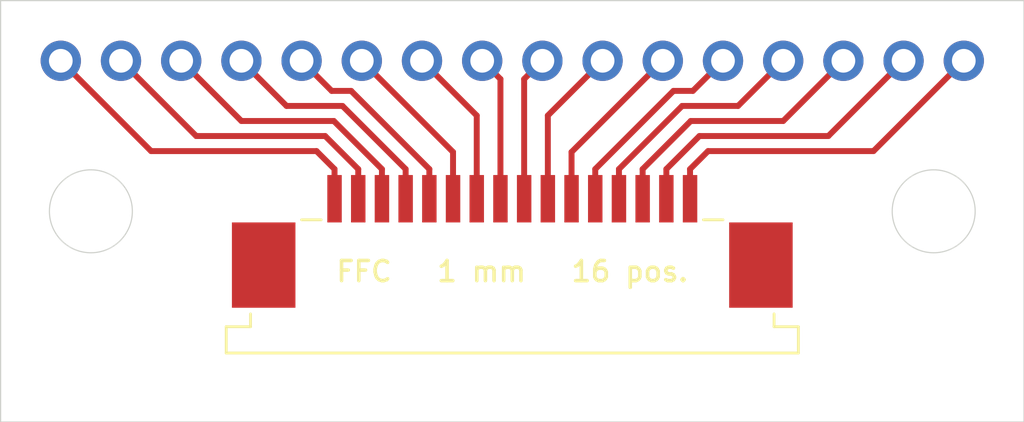
<source format=kicad_pcb>
(kicad_pcb (version 20171130) (host pcbnew 5.1.7-a382d34a8~87~ubuntu16.04.1)

  (general
    (thickness 1.6)
    (drawings 7)
    (tracks 52)
    (zones 0)
    (modules 2)
    (nets 1)
  )

  (page A4)
  (layers
    (0 F.Cu signal)
    (31 B.Cu signal)
    (32 B.Adhes user)
    (33 F.Adhes user)
    (34 B.Paste user)
    (35 F.Paste user)
    (36 B.SilkS user)
    (37 F.SilkS user)
    (38 B.Mask user)
    (39 F.Mask user)
    (40 Dwgs.User user)
    (41 Cmts.User user)
    (42 Eco1.User user)
    (43 Eco2.User user)
    (44 Edge.Cuts user)
    (45 Margin user)
    (46 B.CrtYd user)
    (47 F.CrtYd user)
    (48 B.Fab user)
    (49 F.Fab user)
  )

  (setup
    (last_trace_width 0.25)
    (trace_clearance 0.2)
    (zone_clearance 0.508)
    (zone_45_only no)
    (trace_min 0.2)
    (via_size 0.8)
    (via_drill 0.4)
    (via_min_size 0.4)
    (via_min_drill 0.3)
    (uvia_size 0.3)
    (uvia_drill 0.1)
    (uvias_allowed no)
    (uvia_min_size 0.2)
    (uvia_min_drill 0.1)
    (edge_width 0.05)
    (segment_width 0.2)
    (pcb_text_width 0.3)
    (pcb_text_size 1.5 1.5)
    (mod_edge_width 0.12)
    (mod_text_size 1 1)
    (mod_text_width 0.15)
    (pad_size 1.7 1.7)
    (pad_drill 1)
    (pad_to_mask_clearance 0.051)
    (solder_mask_min_width 0.25)
    (aux_axis_origin 0 0)
    (visible_elements FFFFFF7F)
    (pcbplotparams
      (layerselection 0x010f0_ffffffff)
      (usegerberextensions false)
      (usegerberattributes false)
      (usegerberadvancedattributes false)
      (creategerberjobfile false)
      (excludeedgelayer true)
      (linewidth 0.150000)
      (plotframeref false)
      (viasonmask false)
      (mode 1)
      (useauxorigin false)
      (hpglpennumber 1)
      (hpglpenspeed 20)
      (hpglpendiameter 15.000000)
      (psnegative false)
      (psa4output false)
      (plotreference true)
      (plotvalue true)
      (plotinvisibletext false)
      (padsonsilk false)
      (subtractmaskfromsilk false)
      (outputformat 1)
      (mirror false)
      (drillshape 0)
      (scaleselection 1)
      (outputdirectory "Gerber Files/"))
  )

  (net 0 "")

  (net_class Default "This is the default net class."
    (clearance 0.2)
    (trace_width 0.25)
    (via_dia 0.8)
    (via_drill 0.4)
    (uvia_dia 0.3)
    (uvia_drill 0.1)
  )

  (module Connector_FFC-FPC:TE_1-84952-6_1x16-1MP_P1.0mm_Horizontal (layer F.Cu) (tedit 5F16087D) (tstamp 5F160DC0)
    (at 39.37 27.94)
    (descr "TE FPC connector, 16 bottom-side contacts, 1.0mm pitch, 1.0mm height, SMT, http://www.te.com/commerce/DocumentDelivery/DDEController?Action=srchrtrv&DocNm=84952&DocType=Customer+Drawing&DocLang=English&DocFormat=pdf&PartCntxt=84952-4")
    (tags "te fpc 84952")
    (attr smd)
    (fp_text reference REF** (at 0 -4) (layer F.SilkS) hide
      (effects (font (size 1 1) (thickness 0.15)))
    )
    (fp_text value TE_1-84952-6_1x16-1MP_P1.0mm_Horizontal (at 0 7.7) (layer F.Fab) hide
      (effects (font (size 1 1) (thickness 0.15)))
    )
    (fp_line (start -10.935 -0.8) (end 10.935 -0.8) (layer F.Fab) (width 0.1))
    (fp_line (start 10.935 -0.8) (end 10.935 3.71) (layer F.Fab) (width 0.1))
    (fp_line (start 10.935 3.71) (end 11.96 3.71) (layer F.Fab) (width 0.1))
    (fp_line (start 11.96 3.71) (end 11.96 4.6) (layer F.Fab) (width 0.1))
    (fp_line (start 11.96 4.6) (end -11.96 4.6) (layer F.Fab) (width 0.1))
    (fp_line (start -11.96 4.6) (end -11.96 3.71) (layer F.Fab) (width 0.1))
    (fp_line (start -11.96 3.71) (end -10.935 3.71) (layer F.Fab) (width 0.1))
    (fp_line (start -10.935 3.71) (end -10.935 -0.8) (layer F.Fab) (width 0.1))
    (fp_line (start -8 -0.8) (end -7.5 0.2) (layer F.Fab) (width 0.1))
    (fp_line (start -7.5 0.2) (end -7 -0.8) (layer F.Fab) (width 0.1))
    (fp_line (start 10.935 4.6) (end 10.935 5.61) (layer F.Fab) (width 0.1))
    (fp_line (start 10.935 5.61) (end 11.96 5.61) (layer F.Fab) (width 0.1))
    (fp_line (start 11.96 5.61) (end 11.96 6.5) (layer F.Fab) (width 0.1))
    (fp_line (start 11.96 6.5) (end -11.96 6.5) (layer F.Fab) (width 0.1))
    (fp_line (start -11.96 6.5) (end -11.96 5.61) (layer F.Fab) (width 0.1))
    (fp_line (start -11.96 5.61) (end -10.935 5.61) (layer F.Fab) (width 0.1))
    (fp_line (start -10.935 5.61) (end -10.935 4.6) (layer F.Fab) (width 0.1))
    (fp_line (start 11.045 3.06) (end 11.045 3.6) (layer F.SilkS) (width 0.12))
    (fp_line (start 11.045 3.6) (end 12.07 3.6) (layer F.SilkS) (width 0.12))
    (fp_line (start 12.07 3.6) (end 12.07 4.71) (layer F.SilkS) (width 0.12))
    (fp_line (start 12.07 4.71) (end -12.07 4.71) (layer F.SilkS) (width 0.12))
    (fp_line (start -12.07 4.71) (end -12.07 3.6) (layer F.SilkS) (width 0.12))
    (fp_line (start -12.07 3.6) (end -11.045 3.6) (layer F.SilkS) (width 0.12))
    (fp_line (start -11.045 3.6) (end -11.045 3.06) (layer F.SilkS) (width 0.12))
    (fp_line (start -8.89 -0.91) (end -8.065 -0.91) (layer F.SilkS) (width 0.12))
    (fp_line (start 8.065 -0.91) (end 8.89 -0.91) (layer F.SilkS) (width 0.12))
    (fp_line (start -12.46 -3.3) (end -12.46 7) (layer F.CrtYd) (width 0.05))
    (fp_line (start -12.46 7) (end 12.46 7) (layer F.CrtYd) (width 0.05))
    (fp_line (start 12.46 7) (end 12.46 -3.3) (layer F.CrtYd) (width 0.05))
    (fp_line (start 12.46 -3.3) (end -12.46 -3.3) (layer F.CrtYd) (width 0.05))
    (fp_text user %R (at 0 1.9) (layer F.Fab) hide
      (effects (font (size 1 1) (thickness 0.15)))
    )
    (pad MP smd rect (at 10.49 1) (size 2.68 3.6) (layers F.Cu F.Paste F.Mask))
    (pad MP smd rect (at -10.49 1) (size 2.68 3.6) (layers F.Cu F.Paste F.Mask))
    (pad 16 smd rect (at 7.5 -1.8) (size 0.61 2) (layers F.Cu F.Paste F.Mask))
    (pad 15 smd rect (at 6.5 -1.8) (size 0.61 2) (layers F.Cu F.Paste F.Mask))
    (pad 14 smd rect (at 5.5 -1.8) (size 0.61 2) (layers F.Cu F.Paste F.Mask))
    (pad 13 smd rect (at 4.5 -1.8) (size 0.61 2) (layers F.Cu F.Paste F.Mask))
    (pad 12 smd rect (at 3.5 -1.8) (size 0.61 2) (layers F.Cu F.Paste F.Mask))
    (pad 11 smd rect (at 2.5 -1.8) (size 0.61 2) (layers F.Cu F.Paste F.Mask))
    (pad 10 smd rect (at 1.5 -1.8) (size 0.61 2) (layers F.Cu F.Paste F.Mask))
    (pad 9 smd rect (at 0.5 -1.8) (size 0.61 2) (layers F.Cu F.Paste F.Mask))
    (pad 8 smd rect (at -0.5 -1.8) (size 0.61 2) (layers F.Cu F.Paste F.Mask))
    (pad 7 smd rect (at -1.5 -1.8) (size 0.61 2) (layers F.Cu F.Paste F.Mask))
    (pad 6 smd rect (at -2.5 -1.8) (size 0.61 2) (layers F.Cu F.Paste F.Mask))
    (pad 5 smd rect (at -3.5 -1.8) (size 0.61 2) (layers F.Cu F.Paste F.Mask))
    (pad 4 smd rect (at -4.5 -1.8) (size 0.61 2) (layers F.Cu F.Paste F.Mask))
    (pad 3 smd rect (at -5.5 -1.8) (size 0.61 2) (layers F.Cu F.Paste F.Mask))
    (pad 2 smd rect (at -6.5 -1.8) (size 0.61 2) (layers F.Cu F.Paste F.Mask))
    (pad 1 smd rect (at -7.5 -1.8) (size 0.61 2) (layers F.Cu F.Paste F.Mask))
    (model ${KISYS3DMOD}/Connector_FFC-FPC.3dshapes/TE_1-84952-6_1x16-1MP_P1.0mm_Horizontal.wrl
      (at (xyz 0 0 0))
      (scale (xyz 1 1 1))
      (rotate (xyz 0 0 0))
    )
  )

  (module Connector_PinHeader_2.54mm:PinHeader_1x16_P2.54mm_Vertical (layer F.Cu) (tedit 5F160564) (tstamp 5F161DB1)
    (at 20.32 20.32 90)
    (descr "Through hole straight pin header, 1x16, 2.54mm pitch, single row")
    (tags "Through hole pin header THT 1x16 2.54mm single row")
    (fp_text reference REF** (at 0 -2.33 90) (layer F.SilkS) hide
      (effects (font (size 1 1) (thickness 0.15)))
    )
    (fp_text value PinHeader_1x16_P2.54mm_Vertical (at 0 40.43 90) (layer F.Fab) hide
      (effects (font (size 1 1) (thickness 0.15)))
    )
    (fp_line (start -0.635 -1.27) (end 1.27 -1.27) (layer F.Fab) (width 0.1))
    (fp_line (start 1.27 -1.27) (end 1.27 39.37) (layer F.Fab) (width 0.1))
    (fp_line (start 1.27 39.37) (end -1.27 39.37) (layer F.Fab) (width 0.1))
    (fp_line (start -1.27 39.37) (end -1.27 -0.635) (layer F.Fab) (width 0.1))
    (fp_line (start -1.27 -0.635) (end -0.635 -1.27) (layer F.Fab) (width 0.1))
    (fp_line (start -1.8 -1.8) (end -1.8 39.9) (layer F.CrtYd) (width 0.05))
    (fp_line (start -1.8 39.9) (end 1.8 39.9) (layer F.CrtYd) (width 0.05))
    (fp_line (start 1.8 39.9) (end 1.8 -1.8) (layer F.CrtYd) (width 0.05))
    (fp_line (start 1.8 -1.8) (end -1.8 -1.8) (layer F.CrtYd) (width 0.05))
    (fp_text user %R (at 0 19.05 180) (layer F.Fab) hide
      (effects (font (size 1 1) (thickness 0.15)))
    )
    (pad 16 thru_hole oval (at 0 38.1 90) (size 1.7 1.7) (drill 1) (layers *.Cu *.Mask))
    (pad 15 thru_hole oval (at 0 35.56 90) (size 1.7 1.7) (drill 1) (layers *.Cu *.Mask))
    (pad 14 thru_hole oval (at 0 33.02 90) (size 1.7 1.7) (drill 1) (layers *.Cu *.Mask))
    (pad 13 thru_hole oval (at 0 30.48 90) (size 1.7 1.7) (drill 1) (layers *.Cu *.Mask))
    (pad 12 thru_hole oval (at 0 27.94 90) (size 1.7 1.7) (drill 1) (layers *.Cu *.Mask))
    (pad 11 thru_hole oval (at 0 25.4 90) (size 1.7 1.7) (drill 1) (layers *.Cu *.Mask))
    (pad 10 thru_hole oval (at 0 22.86 90) (size 1.7 1.7) (drill 1) (layers *.Cu *.Mask))
    (pad 9 thru_hole oval (at 0 20.32 90) (size 1.7 1.7) (drill 1) (layers *.Cu *.Mask))
    (pad 8 thru_hole oval (at 0 17.78 90) (size 1.7 1.7) (drill 1) (layers *.Cu *.Mask))
    (pad 7 thru_hole oval (at 0 15.24 90) (size 1.7 1.7) (drill 1) (layers *.Cu *.Mask))
    (pad 6 thru_hole oval (at 0 12.7 90) (size 1.7 1.7) (drill 1) (layers *.Cu *.Mask))
    (pad 5 thru_hole oval (at 0 10.16 90) (size 1.7 1.7) (drill 1) (layers *.Cu *.Mask))
    (pad 4 thru_hole oval (at 0 7.62 90) (size 1.7 1.7) (drill 1) (layers *.Cu *.Mask))
    (pad 3 thru_hole oval (at 0 5.08 90) (size 1.7 1.7) (drill 1) (layers *.Cu *.Mask))
    (pad 2 thru_hole oval (at 0 2.54 90) (size 1.7 1.7) (drill 1) (layers *.Cu *.Mask))
    (pad 1 thru_hole oval (at 0 0 90) (size 1.7 1.7) (drill 1) (layers *.Cu *.Mask))
    (model ${KISYS3DMOD}/Connector_PinHeader_2.54mm.3dshapes/PinHeader_1x16_P2.54mm_Vertical.wrl
      (at (xyz 0 0 0))
      (scale (xyz 1 1 1))
      (rotate (xyz 0 0 0))
    )
  )

  (gr_circle (center 57.15 26.67) (end 58.9 26.67) (layer Edge.Cuts) (width 0.05) (tstamp 5F169DCD))
  (gr_circle (center 21.59 26.67) (end 23.34 26.67) (layer Edge.Cuts) (width 0.05))
  (gr_text "FFC   1 mm   16 pos." (at 39.37 29.21) (layer F.SilkS)
    (effects (font (size 0.85 0.85) (thickness 0.15)))
  )
  (gr_line (start 17.78 35.56) (end 17.78 17.78) (layer Edge.Cuts) (width 0.05) (tstamp 5F16220A))
  (gr_line (start 60.96 35.56) (end 17.78 35.56) (layer Edge.Cuts) (width 0.05))
  (gr_line (start 60.96 17.78) (end 60.96 35.56) (layer Edge.Cuts) (width 0.05))
  (gr_line (start 17.78 17.78) (end 60.96 17.78) (layer Edge.Cuts) (width 0.05))

  (segment (start 36.87 24.17) (end 36.87 26.14) (width 0.25) (layer F.Cu) (net 0))
  (segment (start 33.02 20.32) (end 36.87 24.17) (width 0.25) (layer F.Cu) (net 0))
  (segment (start 37.87 22.63) (end 37.87 26.14) (width 0.25) (layer F.Cu) (net 0))
  (segment (start 35.56 20.32) (end 37.87 22.63) (width 0.25) (layer F.Cu) (net 0))
  (segment (start 34.87 24.89) (end 34.87 26.14) (width 0.25) (layer F.Cu) (net 0))
  (segment (start 29.845 22.225) (end 32.205 22.225) (width 0.25) (layer F.Cu) (net 0))
  (segment (start 32.205 22.225) (end 34.87 24.89) (width 0.25) (layer F.Cu) (net 0))
  (segment (start 27.94 20.32) (end 29.845 22.225) (width 0.25) (layer F.Cu) (net 0))
  (segment (start 33.87 24.89) (end 33.87 26.14) (width 0.25) (layer F.Cu) (net 0))
  (segment (start 31.84 22.86) (end 33.87 24.89) (width 0.25) (layer F.Cu) (net 0))
  (segment (start 27.94 22.86) (end 31.84 22.86) (width 0.25) (layer F.Cu) (net 0))
  (segment (start 25.4 20.32) (end 27.94 22.86) (width 0.25) (layer F.Cu) (net 0))
  (segment (start 32.87 24.89) (end 32.87 26.14) (width 0.25) (layer F.Cu) (net 0))
  (segment (start 26.035 23.495) (end 31.475 23.495) (width 0.25) (layer F.Cu) (net 0))
  (segment (start 31.475 23.495) (end 32.87 24.89) (width 0.25) (layer F.Cu) (net 0))
  (segment (start 22.86 20.32) (end 26.035 23.495) (width 0.25) (layer F.Cu) (net 0))
  (segment (start 31.11 24.13) (end 31.87 24.89) (width 0.25) (layer F.Cu) (net 0))
  (segment (start 31.87 24.89) (end 31.87 26.14) (width 0.25) (layer F.Cu) (net 0))
  (segment (start 24.13 24.13) (end 31.11 24.13) (width 0.25) (layer F.Cu) (net 0))
  (segment (start 20.32 20.32) (end 24.13 24.13) (width 0.25) (layer F.Cu) (net 0))
  (segment (start 35.87 24.89) (end 35.87 26.14) (width 0.25) (layer F.Cu) (net 0))
  (segment (start 32.57 21.59) (end 35.87 24.89) (width 0.25) (layer F.Cu) (net 0))
  (segment (start 31.75 21.59) (end 32.57 21.59) (width 0.25) (layer F.Cu) (net 0))
  (segment (start 30.48 20.32) (end 31.75 21.59) (width 0.25) (layer F.Cu) (net 0))
  (segment (start 38.87 21.09) (end 38.1 20.32) (width 0.25) (layer F.Cu) (net 0))
  (segment (start 38.87 26.14) (end 38.87 21.09) (width 0.25) (layer F.Cu) (net 0))
  (segment (start 39.87 21.09) (end 40.64 20.32) (width 0.25) (layer F.Cu) (net 0))
  (segment (start 39.87 26.14) (end 39.87 21.09) (width 0.25) (layer F.Cu) (net 0))
  (segment (start 40.87 22.63) (end 40.87 26.14) (width 0.25) (layer F.Cu) (net 0))
  (segment (start 43.18 20.32) (end 40.87 22.63) (width 0.25) (layer F.Cu) (net 0))
  (segment (start 47.63 24.13) (end 46.87 24.89) (width 0.25) (layer F.Cu) (net 0))
  (segment (start 46.87 24.89) (end 46.87 26.14) (width 0.25) (layer F.Cu) (net 0))
  (segment (start 54.61 24.13) (end 47.63 24.13) (width 0.25) (layer F.Cu) (net 0))
  (segment (start 58.42 20.32) (end 54.61 24.13) (width 0.25) (layer F.Cu) (net 0))
  (segment (start 45.87 24.89) (end 45.87 26.14) (width 0.25) (layer F.Cu) (net 0))
  (segment (start 47.265 23.495) (end 45.87 24.89) (width 0.25) (layer F.Cu) (net 0))
  (segment (start 52.705 23.495) (end 47.265 23.495) (width 0.25) (layer F.Cu) (net 0))
  (segment (start 55.88 20.32) (end 52.705 23.495) (width 0.25) (layer F.Cu) (net 0))
  (segment (start 44.87 24.89) (end 44.87 26.14) (width 0.25) (layer F.Cu) (net 0))
  (segment (start 46.9 22.86) (end 44.87 24.89) (width 0.25) (layer F.Cu) (net 0))
  (segment (start 50.8 22.86) (end 46.9 22.86) (width 0.25) (layer F.Cu) (net 0))
  (segment (start 53.34 20.32) (end 50.8 22.86) (width 0.25) (layer F.Cu) (net 0))
  (segment (start 46.535 22.225) (end 43.87 24.89) (width 0.25) (layer F.Cu) (net 0))
  (segment (start 43.87 24.89) (end 43.87 26.14) (width 0.25) (layer F.Cu) (net 0))
  (segment (start 48.895 22.225) (end 46.535 22.225) (width 0.25) (layer F.Cu) (net 0))
  (segment (start 50.8 20.32) (end 48.895 22.225) (width 0.25) (layer F.Cu) (net 0))
  (segment (start 42.87 24.89) (end 42.87 26.14) (width 0.25) (layer F.Cu) (net 0))
  (segment (start 46.17 21.59) (end 42.87 24.89) (width 0.25) (layer F.Cu) (net 0))
  (segment (start 46.99 21.59) (end 46.17 21.59) (width 0.25) (layer F.Cu) (net 0))
  (segment (start 48.26 20.32) (end 46.99 21.59) (width 0.25) (layer F.Cu) (net 0))
  (segment (start 41.87 24.17) (end 41.87 26.14) (width 0.25) (layer F.Cu) (net 0))
  (segment (start 45.72 20.32) (end 41.87 24.17) (width 0.25) (layer F.Cu) (net 0))

)

</source>
